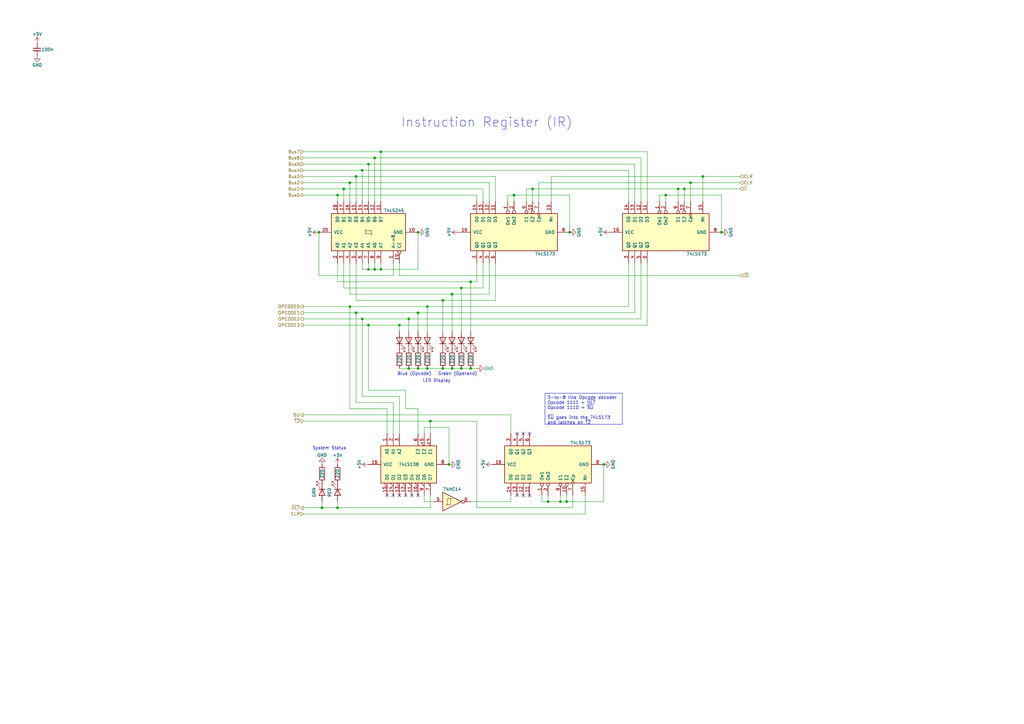
<source format=kicad_sch>
(kicad_sch (version 20250114) (generator "eeschema") (generator_version "9.0")
  (paper "A3")
  (lib_symbols
    (symbol "74xx:74HC14" (pin_names (offset 1.016))
      (property "Reference" "U" (at 0 1.27 0))
      (property "Value" "74HC14" (at 0 -1.27 0))
      (symbol "74HC14_1_0"
        (polyline (pts (xy -3.81 3.81) (xy -3.81 -3.81) (xy 3.81 0) (xy -3.81 3.81)) (stroke (width 0.254)) (fill (type background)))
        (pin input line (at -7.62 0 0) (length 3.81) (name "~") (number "1"))
        (pin output inverted (at 7.62 0 180) (length 3.81) (name "~") (number "2"))
      )
      (symbol "74HC14_1_1"
        (polyline (pts (xy -2.54 -1.27) (xy -0.635 -1.27) (xy -0.635 1.27) (xy 0 1.27)))
        (polyline (pts (xy -1.905 -1.27) (xy -1.905 1.27) (xy -0.635 1.27)))
      )
      (symbol "74HC14_2_0"
        (polyline (pts (xy -3.81 3.81) (xy -3.81 -3.81) (xy 3.81 0) (xy -3.81 3.81)) (stroke (width 0.254)) (fill (type background)))
        (pin input line (at -7.62 0 0) (length 3.81) (name "~") (number "3"))
        (pin output inverted (at 7.62 0 180) (length 3.81) (name "~") (number "4"))
      )
      (symbol "74HC14_2_1"
        (polyline (pts (xy -2.54 -1.27) (xy -0.635 -1.27) (xy -0.635 1.27) (xy 0 1.27)))
        (polyline (pts (xy -1.905 -1.27) (xy -1.905 1.27) (xy -0.635 1.27)))
      )
      (symbol "74HC14_3_0"
        (polyline (pts (xy -3.81 3.81) (xy -3.81 -3.81) (xy 3.81 0) (xy -3.81 3.81)) (stroke (width 0.254)) (fill (type background)))
        (pin input line (at -7.62 0 0) (length 3.81) (name "~") (number "5"))
        (pin output inverted (at 7.62 0 180) (length 3.81) (name "~") (number "6"))
      )
      (symbol "74HC14_3_1"
        (polyline (pts (xy -2.54 -1.27) (xy -0.635 -1.27) (xy -0.635 1.27) (xy 0 1.27)))
        (polyline (pts (xy -1.905 -1.27) (xy -1.905 1.27) (xy -0.635 1.27)))
      )
      (symbol "74HC14_4_0"
        (polyline (pts (xy -3.81 3.81) (xy -3.81 -3.81) (xy 3.81 0) (xy -3.81 3.81)) (stroke (width 0.254)) (fill (type background)))
        (pin input line (at -7.62 0 0) (length 3.81) (name "~") (number "9"))
        (pin output inverted (at 7.62 0 180) (length 3.81) (name "~") (number "8"))
      )
      (symbol "74HC14_4_1"
        (polyline (pts (xy -2.54 -1.27) (xy -0.635 -1.27) (xy -0.635 1.27) (xy 0 1.27)))
        (polyline (pts (xy -1.905 -1.27) (xy -1.905 1.27) (xy -0.635 1.27)))
      )
      (symbol "74HC14_5_0"
        (polyline (pts (xy -3.81 3.81) (xy -3.81 -3.81) (xy 3.81 0) (xy -3.81 3.81)) (stroke (width 0.254)) (fill (type background)))
        (pin input line (at -7.62 0 0) (length 3.81) (name "~") (number "11"))
        (pin output inverted (at 7.62 0 180) (length 3.81) (name "~") (number "10"))
      )
      (symbol "74HC14_5_1"
        (polyline (pts (xy -2.54 -1.27) (xy -0.635 -1.27) (xy -0.635 1.27) (xy 0 1.27)))
        (polyline (pts (xy -1.905 -1.27) (xy -1.905 1.27) (xy -0.635 1.27)))
      )
      (symbol "74HC14_6_0"
        (polyline (pts (xy -3.81 3.81) (xy -3.81 -3.81) (xy 3.81 0) (xy -3.81 3.81)) (stroke (width 0.254)) (fill (type background)))
        (pin input line (at -7.62 0 0) (length 3.81) (name "~") (number "13"))
        (pin output inverted (at 7.62 0 180) (length 3.81) (name "~") (number "12"))
      )
      (symbol "74HC14_6_1"
        (polyline (pts (xy -2.54 -1.27) (xy -0.635 -1.27) (xy -0.635 1.27) (xy 0 1.27)))
        (polyline (pts (xy -1.905 -1.27) (xy -1.905 1.27) (xy -0.635 1.27)))
      )
      (symbol "74HC14_7_0"
        (pin power_in line (at 0 12.7 270) (length 5.08) (name "VCC") (number "14"))
        (pin power_in line (at 0 -12.7 90) (length 5.08) (name "GND") (number "7"))
      )
      (symbol "74HC14_7_1"
        (rectangle (start -5.08 7.62) (end 5.08 -7.62) (stroke (width 0.254)) (fill (type background)))
      )
    )
    (symbol "74xx:74LS138" (pin_names (offset 1.016))
      (property "Reference" "U" (at -7.62 11.43 0))
      (property "Value" "74LS138" (at -7.62 -13.97 0))
      (symbol "74LS138_1_0"
        (pin input line (at -12.7 7.62 0) (length 5.08) (name "A0") (number "1"))
        (pin input line (at -12.7 5.08 0) (length 5.08) (name "A1") (number "2"))
        (pin input line (at -12.7 2.54 0) (length 5.08) (name "A2") (number "3"))
        (pin input line (at -12.7 -5.08 0) (length 5.08) (name "E3") (number "6"))
        (pin input input_low (at -12.7 -7.62 0) (length 5.08) (name "E2") (number "5"))
        (pin input input_low (at -12.7 -10.16 0) (length 5.08) (name "E1") (number "4"))
        (pin power_in line (at 0 15.24 270) (length 5.08) (name "VCC") (number "16"))
        (pin power_in line (at 0 -17.78 90) (length 5.08) (name "GND") (number "8"))
        (pin output output_low (at 12.7 7.62 180) (length 5.08) (name "O0") (number "15"))
        (pin output output_low (at 12.7 5.08 180) (length 5.08) (name "O1") (number "14"))
        (pin output output_low (at 12.7 2.54 180) (length 5.08) (name "O2") (number "13"))
        (pin output output_low (at 12.7 0 180) (length 5.08) (name "O3") (number "12"))
        (pin output output_low (at 12.7 -2.54 180) (length 5.08) (name "O4") (number "11"))
        (pin output output_low (at 12.7 -5.08 180) (length 5.08) (name "O5") (number "10"))
        (pin output output_low (at 12.7 -7.62 180) (length 5.08) (name "O6") (number "9"))
        (pin output output_low (at 12.7 -10.16 180) (length 5.08) (name "O7") (number "7"))
      )
      (symbol "74LS138_1_1"
        (rectangle (start -7.62 10.16) (end 7.62 -12.7) (stroke (width 0.254)) (fill (type background)))
      )
    )
    (symbol "74xx:74LS173" (pin_names (offset 1.016))
      (property "Reference" "U" (at -7.62 19.05 0))
      (property "Value" "74LS173" (at -7.62 -19.05 0))
      (symbol "74LS173_1_0"
        (pin input line (at -12.7 15.24 0) (length 5.08) (name "D0") (number "14"))
        (pin input line (at -12.7 12.7 0) (length 5.08) (name "D1") (number "13"))
        (pin input line (at -12.7 10.16 0) (length 5.08) (name "D2") (number "12"))
        (pin input line (at -12.7 7.62 0) (length 5.08) (name "D3") (number "11"))
        (pin input inverted (at -12.7 2.54 0) (length 5.08) (name "Oe1") (number "1"))
        (pin input inverted (at -12.7 0 0) (length 5.08) (name "Oe2") (number "2"))
        (pin input inverted (at -12.7 -5.08 0) (length 5.08) (name "E1") (number "9"))
        (pin input inverted (at -12.7 -7.62 0) (length 5.08) (name "E2") (number "10"))
        (pin input clock (at -12.7 -10.16 0) (length 5.08) (name "Cp") (number "7"))
        (pin input line (at -12.7 -15.24 0) (length 5.08) (name "Mr") (number "15"))
        (pin power_in line (at 0 22.86 270) (length 5.08) (name "VCC") (number "16"))
        (pin power_in line (at 0 -22.86 90) (length 5.08) (name "GND") (number "8"))
        (pin tri_state line (at 12.7 15.24 180) (length 5.08) (name "Q0") (number "3"))
        (pin tri_state line (at 12.7 12.7 180) (length 5.08) (name "Q1") (number "4"))
        (pin tri_state line (at 12.7 10.16 180) (length 5.08) (name "Q2") (number "5"))
        (pin tri_state line (at 12.7 7.62 180) (length 5.08) (name "Q3") (number "6"))
      )
      (symbol "74LS173_1_1"
        (rectangle (start -7.62 17.78) (end 7.62 -17.78) (stroke (width 0.254)) (fill (type background)))
      )
    )
    (symbol "74xx:74LS245" (pin_names (offset 1.016))
      (property "Reference" "U" (at -7.62 16.51 0))
      (property "Value" "74LS245" (at -7.62 -16.51 0))
      (symbol "74LS245_1_0"
        (polyline (pts (xy -1.27 -1.27) (xy 0.635 -1.27) (xy 0.635 1.27) (xy 1.27 1.27)))
        (polyline (pts (xy -0.635 -1.27) (xy -0.635 1.27) (xy 0.635 1.27)))
        (pin tri_state line (at -12.7 12.7 0) (length 5.08) (name "A0") (number "2"))
        (pin tri_state line (at -12.7 10.16 0) (length 5.08) (name "A1") (number "3"))
        (pin tri_state line (at -12.7 7.62 0) (length 5.08) (name "A2") (number "4"))
        (pin tri_state line (at -12.7 5.08 0) (length 5.08) (name "A3") (number "5"))
        (pin tri_state line (at -12.7 2.54 0) (length 5.08) (name "A4") (number "6"))
        (pin tri_state line (at -12.7 0 0) (length 5.08) (name "A5") (number "7"))
        (pin tri_state line (at -12.7 -2.54 0) (length 5.08) (name "A6") (number "8"))
        (pin tri_state line (at -12.7 -5.08 0) (length 5.08) (name "A7") (number "9"))
        (pin input line (at -12.7 -10.16 0) (length 5.08) (name "A->B") (number "1"))
        (pin input inverted (at -12.7 -12.7 0) (length 5.08) (name "CE") (number "19"))
        (pin power_in line (at 0 20.32 270) (length 5.08) (name "VCC") (number "20"))
        (pin power_in line (at 0 -20.32 90) (length 5.08) (name "GND") (number "10"))
        (pin tri_state line (at 12.7 12.7 180) (length 5.08) (name "B0") (number "18"))
        (pin tri_state line (at 12.7 10.16 180) (length 5.08) (name "B1") (number "17"))
        (pin tri_state line (at 12.7 7.62 180) (length 5.08) (name "B2") (number "16"))
        (pin tri_state line (at 12.7 5.08 180) (length 5.08) (name "B3") (number "15"))
        (pin tri_state line (at 12.7 2.54 180) (length 5.08) (name "B4") (number "14"))
        (pin tri_state line (at 12.7 0 180) (length 5.08) (name "B5") (number "13"))
        (pin tri_state line (at 12.7 -2.54 180) (length 5.08) (name "B6") (number "12"))
        (pin tri_state line (at 12.7 -5.08 180) (length 5.08) (name "B7") (number "11"))
      )
      (symbol "74LS245_1_1"
        (rectangle (start -7.62 15.24) (end 7.62 -15.24) (stroke (width 0.254)) (fill (type background)))
      )
    )
    (symbol "Device:C_Small" (pin_numbers (hide yes)) (pin_names (offset 0.254) (hide yes))
      (property "Reference" "C" (at 0.254 1.778 0))
      (property "Value" "C_Small" (at 0.254 -2.032 0))
      (symbol "C_Small_0_1"
        (polyline (pts (xy -1.524 0.508) (xy 1.524 0.508)) (stroke (width 0.3048)))
        (polyline (pts (xy -1.524 -0.508) (xy 1.524 -0.508)) (stroke (width 0.3302)))
      )
      (symbol "C_Small_1_1"
        (pin passive line (at 0 2.54 270) (length 2.032) (name "~") (number "1"))
        (pin passive line (at 0 -2.54 90) (length 2.032) (name "~") (number "2"))
      )
    )
    (symbol "Device:LED" (pin_numbers (hide yes)) (pin_names (offset 1.016) (hide yes))
      (property "Reference" "D" (at 0 2.54 0))
      (property "Value" "LED" (at 0 -2.54 0))
      (symbol "LED_0_1"
        (polyline (pts (xy -3.048 -0.762) (xy -4.572 -2.286) (xy -3.81 -2.286) (xy -4.572 -2.286) (xy -4.572 -1.524)))
        (polyline (pts (xy -1.778 -0.762) (xy -3.302 -2.286) (xy -2.54 -2.286) (xy -3.302 -2.286) (xy -3.302 -1.524)))
        (polyline (pts (xy -1.27 0) (xy 1.27 0)))
        (polyline (pts (xy -1.27 -1.27) (xy -1.27 1.27)) (stroke (width 0.254)))
        (polyline (pts (xy 1.27 -1.27) (xy 1.27 1.27) (xy -1.27 0) (xy 1.27 -1.27)) (stroke (width 0.254)))
      )
      (symbol "LED_1_1"
        (pin passive line (at -3.81 0 0) (length 2.54) (name "K") (number "1"))
        (pin passive line (at 3.81 0 180) (length 2.54) (name "A") (number "2"))
      )
    )
    (symbol "Device:R" (pin_numbers (hide yes)) (pin_names (offset 0))
      (property "Reference" "R" (at 2.032 0 90))
      (property "Value" "R" (at 0 0 90))
      (symbol "R_0_1"
        (rectangle (start -1.016 -2.54) (end 1.016 2.54) (stroke (width 0.254)))
      )
      (symbol "R_1_1"
        (pin passive line (at 0 3.81 270) (length 1.27) (name "~") (number "1"))
        (pin passive line (at 0 -3.81 90) (length 1.27) (name "~") (number "2"))
      )
    )
    (symbol "power:+5V" (power) (pin_numbers (hide yes)) (pin_names (offset 0) (hide yes))
      (property "Value" "+5V" (at 0 3.556 0))
      (symbol "+5V_0_1"
        (polyline (pts (xy -0.762 1.27) (xy 0 2.54)))
        (polyline (pts (xy 0 2.54) (xy 0.762 1.27)))
        (polyline (pts (xy 0 0) (xy 0 2.54)))
      )
      (symbol "+5V_1_1"
        (pin power_in line (at 0 0 90) (length 0) (name "~") (number "1"))
      )
    )
    (symbol "power:GND" (power) (pin_numbers (hide yes)) (pin_names (offset 0) (hide yes))
      (property "Value" "GND" (at 0 -3.81 0))
      (symbol "GND_0_1"
        (polyline (pts (xy 0 0) (xy 0 -1.27) (xy 1.27 -1.27) (xy 0 -2.54) (xy -1.27 -1.27) (xy 0 -1.27)))
      )
      (symbol "GND_1_1"
        (pin power_in line (at 0 0 270) (length 0) (name "~") (number "1"))
      )
    )
  )
  (text "Blue (Opcode)" (at 169.926 153.416 0) (effects (font (size 1.27 1.27))))
  (text "Green (Operand)" (at 187.706 153.416 0) (effects (font (size 1.27 1.27))))
  (text "LED Display" (at 179.07 156.21 0) (effects (font (size 1.27 1.27))))
  (text "Instruction Register (IR)" (at 199.644 50.292 0) (effects (font (size 3.81 3.81))))
  (text "System Status" (at 135.128 183.896 0) (effects (font (size 1.27 1.27))))
  (text_box "3-to-8 line Opcode decoder\nOpcode 1111 = ~{HLT}\nOpcode 1110 = ~{SU}\n\n~{SU} goes into the 74LS173 and latches on ~{T2}" (at 223.52 161.29 0) (size 31.75 12.7) (margins 0.9525 0.9525 0.9525 0.9525) (effects (font (size 1.27 1.27)) (justify left top)))
  (junction (at 143.51 74.93))
  (junction (at 151.13 133.35))
  (junction (at 171.45 128.27))
  (junction (at 138.43 80.01))
  (junction (at 210.82 80.01))
  (junction (at 193.04 151.13))
  (junction (at 224.79 205.74))
  (junction (at 138.43 208.28))
  (junction (at 229.87 205.74))
  (junction (at 151.13 67.31))
  (junction (at 156.21 62.23))
  (junction (at 167.64 130.81))
  (junction (at 146.05 72.39))
  (junction (at 181.61 123.19))
  (junction (at 151.13 110.49))
  (junction (at 185.42 120.65))
  (junction (at 143.51 125.73))
  (junction (at 288.29 72.39))
  (junction (at 156.21 110.49))
  (junction (at 175.26 151.13))
  (junction (at 148.59 130.81))
  (junction (at 278.13 77.47))
  (junction (at 176.53 172.72))
  (junction (at 181.61 151.13))
  (junction (at 218.44 77.47))
  (junction (at 283.21 74.93))
  (junction (at 189.23 118.11))
  (junction (at 148.59 69.85))
  (junction (at 273.05 80.01))
  (junction (at 167.64 151.13))
  (junction (at 171.45 95.25))
  (junction (at 175.26 125.73))
  (junction (at 280.67 77.47))
  (junction (at 247.65 190.5))
  (junction (at 140.97 77.47))
  (junction (at 232.41 205.74))
  (junction (at 153.67 110.49))
  (junction (at 146.05 128.27))
  (junction (at 130.81 95.25))
  (junction (at 184.15 190.5))
  (junction (at 163.83 133.35))
  (junction (at 193.04 115.57))
  (junction (at 189.23 151.13))
  (junction (at 132.08 208.28))
  (junction (at 171.45 151.13))
  (junction (at 185.42 151.13))
  (junction (at 233.68 95.25))
  (junction (at 153.67 64.77))
  (junction (at 295.91 95.25))
  (no_connect (at 161.29 203.2))
  (no_connect (at 212.09 177.8))
  (no_connect (at 163.83 203.2))
  (no_connect (at 212.09 203.2))
  (no_connect (at 217.17 177.8))
  (no_connect (at 168.91 203.2))
  (no_connect (at 171.45 203.2))
  (no_connect (at 166.37 203.2))
  (no_connect (at 158.75 203.2))
  (no_connect (at 217.17 203.2))
  (no_connect (at 214.63 203.2))
  (no_connect (at 214.63 177.8))
  (wire (pts (xy 167.64 135.89) (xy 167.64 130.81)))
  (wire (pts (xy 218.44 77.47) (xy 218.44 82.55)))
  (wire (pts (xy 171.45 167.64) (xy 166.37 167.64)))
  (wire (pts (xy 161.29 107.95) (xy 161.29 113.03)))
  (wire (pts (xy 171.45 110.49) (xy 171.45 95.25)))
  (wire (pts (xy 209.55 170.18) (xy 124.46 170.18)))
  (wire (pts (xy 200.66 82.55) (xy 200.66 74.93)))
  (wire (pts (xy 203.2 72.39) (xy 146.05 72.39)))
  (wire (pts (xy 176.53 172.72) (xy 124.46 172.72)))
  (wire (pts (xy 234.95 208.28) (xy 195.58 208.28)))
  (wire (pts (xy 303.53 77.47) (xy 280.67 77.47)))
  (wire (pts (xy 185.42 151.13) (xy 181.61 151.13)))
  (wire (pts (xy 156.21 62.23) (xy 265.43 62.23)))
  (wire (pts (xy 167.64 151.13) (xy 163.83 151.13)))
  (wire (pts (xy 163.83 107.95) (xy 163.83 113.03)))
  (wire (pts (xy 151.13 133.35) (xy 151.13 160.02)))
  (wire (pts (xy 173.99 205.74) (xy 173.99 203.2)))
  (wire (pts (xy 153.67 107.95) (xy 153.67 110.49)))
  (wire (pts (xy 203.2 82.55) (xy 203.2 72.39)))
  (wire (pts (xy 143.51 74.93) (xy 143.51 82.55)))
  (wire (pts (xy 220.98 82.55) (xy 220.98 74.93)))
  (wire (pts (xy 173.99 205.74) (xy 177.8 205.74)))
  (wire (pts (xy 176.53 177.8) (xy 176.53 172.72)))
  (wire (pts (xy 138.43 115.57) (xy 193.04 115.57)))
  (wire (pts (xy 132.08 205.74) (xy 132.08 208.28)))
  (wire (pts (xy 265.43 82.55) (xy 265.43 62.23)))
  (wire (pts (xy 151.13 160.02) (xy 166.37 160.02)))
  (wire (pts (xy 262.89 82.55) (xy 262.89 64.77)))
  (wire (pts (xy 151.13 67.31) (xy 151.13 82.55)))
  (wire (pts (xy 124.46 208.28) (xy 132.08 208.28)))
  (wire (pts (xy 143.51 125.73) (xy 175.26 125.73)))
  (wire (pts (xy 247.65 190.5) (xy 247.65 205.74)))
  (wire (pts (xy 161.29 177.8) (xy 161.29 165.1)))
  (wire (pts (xy 210.82 80.01) (xy 210.82 82.55)))
  (wire (pts (xy 175.26 125.73) (xy 175.26 135.89)))
  (wire (pts (xy 140.97 107.95) (xy 140.97 118.11)))
  (wire (pts (xy 148.59 162.56) (xy 148.59 130.81)))
  (wire (pts (xy 234.95 203.2) (xy 234.95 208.28)))
  (wire (pts (xy 171.45 128.27) (xy 260.35 128.27)))
  (wire (pts (xy 124.46 74.93) (xy 143.51 74.93)))
  (wire (pts (xy 273.05 80.01) (xy 295.91 80.01)))
  (wire (pts (xy 158.75 177.8) (xy 158.75 167.64)))
  (wire (pts (xy 156.21 62.23) (xy 156.21 82.55)))
  (wire (pts (xy 278.13 77.47) (xy 218.44 77.47)))
  (wire (pts (xy 124.46 62.23) (xy 156.21 62.23)))
  (wire (pts (xy 138.43 205.74) (xy 138.43 208.28)))
  (wire (pts (xy 138.43 208.28) (xy 176.53 208.28)))
  (wire (pts (xy 260.35 82.55) (xy 260.35 67.31)))
  (wire (pts (xy 173.99 177.8) (xy 173.99 175.26)))
  (wire (pts (xy 195.58 172.72) (xy 176.53 172.72)))
  (wire (pts (xy 140.97 77.47) (xy 140.97 82.55)))
  (wire (pts (xy 181.61 135.89) (xy 181.61 123.19)))
  (wire (pts (xy 176.53 203.2) (xy 176.53 208.28)))
  (wire (pts (xy 148.59 69.85) (xy 148.59 82.55)))
  (wire (pts (xy 140.97 118.11) (xy 189.23 118.11)))
  (wire (pts (xy 257.81 69.85) (xy 148.59 69.85)))
  (wire (pts (xy 163.83 133.35) (xy 163.83 135.89)))
  (wire (pts (xy 184.15 175.26) (xy 184.15 190.5)))
  (wire (pts (xy 173.99 175.26) (xy 184.15 175.26)))
  (wire (pts (xy 151.13 133.35) (xy 163.83 133.35)))
  (wire (pts (xy 167.64 130.81) (xy 262.89 130.81)))
  (wire (pts (xy 208.28 80.01) (xy 210.82 80.01)))
  (wire (pts (xy 273.05 80.01) (xy 273.05 82.55)))
  (wire (pts (xy 229.87 203.2) (xy 229.87 205.74)))
  (wire (pts (xy 195.58 115.57) (xy 195.58 107.95)))
  (wire (pts (xy 226.06 72.39) (xy 288.29 72.39)))
  (wire (pts (xy 193.04 115.57) (xy 195.58 115.57)))
  (wire (pts (xy 280.67 82.55) (xy 280.67 77.47)))
  (wire (pts (xy 163.83 113.03) (xy 303.53 113.03)))
  (wire (pts (xy 163.83 133.35) (xy 265.43 133.35)))
  (wire (pts (xy 181.61 151.13) (xy 175.26 151.13)))
  (wire (pts (xy 148.59 130.81) (xy 167.64 130.81)))
  (wire (pts (xy 124.46 72.39) (xy 146.05 72.39)))
  (wire (pts (xy 166.37 167.64) (xy 166.37 160.02)))
  (wire (pts (xy 156.21 110.49) (xy 171.45 110.49)))
  (wire (pts (xy 203.2 123.19) (xy 203.2 107.95)))
  (wire (pts (xy 215.9 77.47) (xy 215.9 82.55)))
  (wire (pts (xy 193.04 151.13) (xy 195.58 151.13)))
  (wire (pts (xy 210.82 80.01) (xy 233.68 80.01)))
  (wire (pts (xy 124.46 69.85) (xy 148.59 69.85)))
  (wire (pts (xy 138.43 107.95) (xy 138.43 115.57)))
  (wire (pts (xy 262.89 130.81) (xy 262.89 107.95)))
  (wire (pts (xy 171.45 177.8) (xy 171.45 167.64)))
  (wire (pts (xy 233.68 80.01) (xy 233.68 95.25)))
  (wire (pts (xy 124.46 80.01) (xy 138.43 80.01)))
  (wire (pts (xy 189.23 151.13) (xy 185.42 151.13)))
  (wire (pts (xy 161.29 113.03) (xy 130.81 113.03)))
  (wire (pts (xy 124.46 77.47) (xy 140.97 77.47)))
  (wire (pts (xy 270.51 80.01) (xy 273.05 80.01)))
  (wire (pts (xy 283.21 74.93) (xy 283.21 82.55)))
  (wire (pts (xy 146.05 72.39) (xy 146.05 82.55)))
  (wire (pts (xy 195.58 80.01) (xy 138.43 80.01)))
  (wire (pts (xy 124.46 130.81) (xy 148.59 130.81)))
  (wire (pts (xy 146.05 123.19) (xy 181.61 123.19)))
  (wire (pts (xy 195.58 208.28) (xy 195.58 172.72)))
  (wire (pts (xy 195.58 82.55) (xy 195.58 80.01)))
  (wire (pts (xy 189.23 118.11) (xy 198.12 118.11)))
  (wire (pts (xy 153.67 64.77) (xy 153.67 82.55)))
  (wire (pts (xy 171.45 151.13) (xy 167.64 151.13)))
  (wire (pts (xy 257.81 82.55) (xy 257.81 69.85)))
  (wire (pts (xy 209.55 205.74) (xy 209.55 203.2)))
  (wire (pts (xy 232.41 203.2) (xy 232.41 205.74)))
  (wire (pts (xy 260.35 128.27) (xy 260.35 107.95)))
  (wire (pts (xy 163.83 162.56) (xy 148.59 162.56)))
  (wire (pts (xy 283.21 74.93) (xy 303.53 74.93)))
  (wire (pts (xy 181.61 123.19) (xy 203.2 123.19)))
  (wire (pts (xy 198.12 118.11) (xy 198.12 107.95)))
  (wire (pts (xy 148.59 107.95) (xy 148.59 110.49)))
  (wire (pts (xy 200.66 74.93) (xy 143.51 74.93)))
  (wire (pts (xy 132.08 208.28) (xy 138.43 208.28)))
  (wire (pts (xy 222.25 205.74) (xy 224.79 205.74)))
  (wire (pts (xy 158.75 167.64) (xy 143.51 167.64)))
  (wire (pts (xy 209.55 170.18) (xy 209.55 177.8)))
  (wire (pts (xy 124.46 64.77) (xy 153.67 64.77)))
  (wire (pts (xy 175.26 151.13) (xy 171.45 151.13)))
  (wire (pts (xy 143.51 107.95) (xy 143.51 120.65)))
  (wire (pts (xy 198.12 82.55) (xy 198.12 77.47)))
  (wire (pts (xy 215.9 77.47) (xy 218.44 77.47)))
  (wire (pts (xy 124.46 210.82) (xy 240.03 210.82)))
  (wire (pts (xy 143.51 120.65) (xy 185.42 120.65)))
  (wire (pts (xy 295.91 80.01) (xy 295.91 95.25)))
  (wire (pts (xy 124.46 133.35) (xy 151.13 133.35)))
  (wire (pts (xy 193.04 115.57) (xy 193.04 135.89)))
  (wire (pts (xy 124.46 67.31) (xy 151.13 67.31)))
  (wire (pts (xy 288.29 72.39) (xy 288.29 82.55)))
  (wire (pts (xy 193.04 205.74) (xy 209.55 205.74)))
  (wire (pts (xy 163.83 177.8) (xy 163.83 162.56)))
  (wire (pts (xy 260.35 67.31) (xy 151.13 67.31)))
  (wire (pts (xy 146.05 128.27) (xy 171.45 128.27)))
  (wire (pts (xy 278.13 82.55) (xy 278.13 77.47)))
  (wire (pts (xy 189.23 135.89) (xy 189.23 118.11)))
  (wire (pts (xy 220.98 74.93) (xy 283.21 74.93)))
  (wire (pts (xy 156.21 107.95) (xy 156.21 110.49)))
  (wire (pts (xy 151.13 110.49) (xy 153.67 110.49)))
  (wire (pts (xy 185.42 135.89) (xy 185.42 120.65)))
  (wire (pts (xy 229.87 205.74) (xy 232.41 205.74)))
  (wire (pts (xy 200.66 120.65) (xy 200.66 107.95)))
  (wire (pts (xy 257.81 125.73) (xy 257.81 107.95)))
  (wire (pts (xy 143.51 167.64) (xy 143.51 125.73)))
  (wire (pts (xy 224.79 203.2) (xy 224.79 205.74)))
  (wire (pts (xy 146.05 107.95) (xy 146.05 123.19)))
  (wire (pts (xy 208.28 82.55) (xy 208.28 80.01)))
  (wire (pts (xy 270.51 82.55) (xy 270.51 80.01)))
  (wire (pts (xy 161.29 165.1) (xy 146.05 165.1)))
  (wire (pts (xy 224.79 205.74) (xy 229.87 205.74)))
  (wire (pts (xy 146.05 165.1) (xy 146.05 128.27)))
  (wire (pts (xy 151.13 107.95) (xy 151.13 110.49)))
  (wire (pts (xy 124.46 128.27) (xy 146.05 128.27)))
  (wire (pts (xy 153.67 110.49) (xy 156.21 110.49)))
  (wire (pts (xy 148.59 110.49) (xy 151.13 110.49)))
  (wire (pts (xy 240.03 210.82) (xy 240.03 203.2)))
  (wire (pts (xy 232.41 205.74) (xy 247.65 205.74)))
  (wire (pts (xy 198.12 77.47) (xy 140.97 77.47)))
  (wire (pts (xy 124.46 125.73) (xy 143.51 125.73)))
  (wire (pts (xy 288.29 72.39) (xy 303.53 72.39)))
  (wire (pts (xy 280.67 77.47) (xy 278.13 77.47)))
  (wire (pts (xy 130.81 113.03) (xy 130.81 95.25)))
  (wire (pts (xy 226.06 82.55) (xy 226.06 72.39)))
  (wire (pts (xy 175.26 125.73) (xy 257.81 125.73)))
  (wire (pts (xy 265.43 133.35) (xy 265.43 107.95)))
  (wire (pts (xy 193.04 151.13) (xy 189.23 151.13)))
  (wire (pts (xy 262.89 64.77) (xy 153.67 64.77)))
  (wire (pts (xy 222.25 203.2) (xy 222.25 205.74)))
  (wire (pts (xy 138.43 80.01) (xy 138.43 82.55)))
  (wire (pts (xy 185.42 120.65) (xy 200.66 120.65)))
  (wire (pts (xy 171.45 135.89) (xy 171.45 128.27)))
  (hierarchical_label "Bus6" (shape input) (at 124.46 64.77 180))
  (hierarchical_label "Bus7" (shape input) (at 124.46 62.23 180))
  (hierarchical_label "Bus4" (shape input) (at 124.46 69.85 180))
  (hierarchical_label "CLR" (shape input) (at 303.53 72.39 0))
  (hierarchical_label "Bus0" (shape bidirectional) (at 124.46 80.01 180))
  (hierarchical_label "Bus5" (shape input) (at 124.46 67.31 180))
  (hierarchical_label "~{II}" (shape input) (at 303.53 77.47 0))
  (hierarchical_label "SU" (shape output) (at 124.46 170.18 180))
  (hierarchical_label "Bus2" (shape bidirectional) (at 124.46 74.93 180))
  (hierarchical_label "Bus1" (shape bidirectional) (at 124.46 77.47 180))
  (hierarchical_label "CLK" (shape input) (at 303.53 74.93 0))
  (hierarchical_label "CLR" (shape input) (at 124.46 210.82 180))
  (hierarchical_label "~{HLT}" (shape output) (at 124.46 208.28 180))
  (hierarchical_label "Bus3" (shape bidirectional) (at 124.46 72.39 180))
  (hierarchical_label "OPCODE2" (shape output) (at 124.46 130.81 180))
  (hierarchical_label "OPCODE3" (shape output) (at 124.46 133.35 180))
  (hierarchical_label "OPCODE0" (shape output) (at 124.46 125.73 180))
  (hierarchical_label "~{IO}" (shape input) (at 303.53 113.03 0))
  (hierarchical_label "OPCODE1" (shape output) (at 124.46 128.27 180))
  (hierarchical_label "~{T2}" (shape input) (at 124.46 172.72 180))
  (symbol (lib_id "power:GND") (at 171.45 95.25 90) (unit 1)
    (property "Reference" "#PWR077" (effects (hide yes)))
    (property "Value" "GND" (at 175.26 97.282 0) (effects (justify left)))
    (property "Description" "Power symbol creates a global label with name \"GND\" , ground" (effects (hide yes)))
  )
  (symbol (lib_id "Device:LED") (at 167.64 139.7 90) (unit 1)
    (property "Reference" "D45" (effects (hide yes)))
    (property "Value" "BLU" (effects (hide yes)))
    (property "Footprint" "LED_THT:LED_D5.0mm" (effects (hide yes)))
    (property "Description" "Light emitting diode" (effects (hide yes)))
    (property "Sim.Pins" "1=K 2=A" (effects (hide yes)))
  )
  (symbol (lib_id "Device:LED") (at 171.45 139.7 90) (unit 1)
    (property "Reference" "D46" (effects (hide yes)))
    (property "Value" "BLU" (effects (hide yes)))
    (property "Footprint" "LED_THT:LED_D5.0mm" (effects (hide yes)))
    (property "Description" "Light emitting diode" (effects (hide yes)))
    (property "Sim.Pins" "1=K 2=A" (effects (hide yes)))
  )
  (symbol (lib_id "Device:R") (at 167.64 147.32 180) (unit 1)
    (property "Reference" "R55" (effects (hide yes)))
    (property "Value" "220" (at 167.64 147.32 90))
    (property "Footprint" "Resistor_THT:R_Axial_DIN0207_L6.3mm_D2.5mm_P7.62mm_Horizontal" (effects (hide yes)))
    (property "Description" "Resistor" (effects (hide yes)))
  )
  (symbol (lib_id "power:GND") (at 233.68 95.25 90) (unit 1)
    (property "Reference" "#PWR079" (effects (hide yes)))
    (property "Value" "GND" (at 237.49 97.282 0) (effects (justify left)))
    (property "Description" "Power symbol creates a global label with name \"GND\" , ground" (effects (hide yes)))
  )
  (symbol (lib_id "power:GND") (at 15.24 22.86 0) (unit 1)
    (property "Reference" "#PWR071" (effects (hide yes)))
    (property "Value" "GND" (at 13.208 26.67 0) (effects (justify left)))
    (property "Description" "Power symbol creates a global label with name \"GND\" , ground" (effects (hide yes)))
  )
  (symbol (lib_id "Device:LED") (at 132.08 201.93 270) (unit 1)
    (property "Reference" "D94" (effects (hide yes)))
    (property "Value" "GRN" (at 128.778 201.93 0))
    (property "Footprint" "LED_THT:LED_D5.0mm" (effects (hide yes)))
    (property "Description" "Light emitting diode" (effects (hide yes)))
    (property "Sim.Pins" "1=K 2=A" (effects (hide yes)))
  )
  (symbol (lib_id "Device:C_Small") (at 15.24 20.32 0) (unit 1)
    (property "Reference" "C15" (effects (hide yes)))
    (property "Value" "100n" (at 17.018 20.32 0) (effects (justify left)))
    (property "Footprint" "Capacitor_THT:C_Disc_D5.0mm_W2.5mm_P5.00mm" (effects (hide yes)))
    (property "Description" "Unpolarized capacitor, small symbol" (effects (hide yes)))
  )
  (symbol (lib_id "Device:LED") (at 163.83 139.7 90) (unit 1)
    (property "Reference" "D44" (effects (hide yes)))
    (property "Value" "BLU" (effects (hide yes)))
    (property "Footprint" "LED_THT:LED_D5.0mm" (effects (hide yes)))
    (property "Description" "Light emitting diode" (effects (hide yes)))
    (property "Sim.Pins" "1=K 2=A" (effects (hide yes)))
  )
  (symbol (lib_id "power:+5V") (at 250.19 95.25 90) (unit 1)
    (property "Reference" "#PWR080" (effects (hide yes)))
    (property "Value" "+5V" (at 246.38 95.25 0))
    (property "Description" "Power symbol creates a global label with name \"+5V\"" (effects (hide yes)))
  )
  (symbol (lib_id "Device:R") (at 163.83 147.32 180) (unit 1)
    (property "Reference" "R54" (effects (hide yes)))
    (property "Value" "220" (at 163.83 147.32 90))
    (property "Footprint" "Resistor_THT:R_Axial_DIN0207_L6.3mm_D2.5mm_P7.62mm_Horizontal" (effects (hide yes)))
    (property "Description" "Resistor" (effects (hide yes)))
  )
  (symbol (lib_id "power:+5V") (at 151.13 190.5 90) (unit 1)
    (property "Reference" "#PWR0117" (effects (hide yes)))
    (property "Value" "+5V" (at 147.32 190.5 0))
    (property "Description" "Power symbol creates a global label with name \"+5V\"" (effects (hide yes)))
  )
  (symbol (lib_id "Device:LED") (at 138.43 201.93 270) (unit 1)
    (property "Reference" "D93" (effects (hide yes)))
    (property "Value" "RED" (at 135.128 201.93 0))
    (property "Footprint" "LED_THT:LED_D5.0mm" (effects (hide yes)))
    (property "Description" "Light emitting diode" (effects (hide yes)))
    (property "Sim.Pins" "1=K 2=A" (effects (hide yes)))
  )
  (symbol (lib_id "Device:LED") (at 193.04 139.7 90) (unit 1)
    (property "Reference" "D51" (effects (hide yes)))
    (property "Value" "GRN" (effects (hide yes)))
    (property "Footprint" "LED_THT:LED_D5.0mm" (effects (hide yes)))
    (property "Description" "Light emitting diode" (effects (hide yes)))
    (property "Sim.Pins" "1=K 2=A" (effects (hide yes)))
  )
  (symbol (lib_id "Device:LED") (at 181.61 139.7 90) (unit 1)
    (property "Reference" "D48" (effects (hide yes)))
    (property "Value" "GRN" (effects (hide yes)))
    (property "Footprint" "LED_THT:LED_D5.0mm" (effects (hide yes)))
    (property "Description" "Light emitting diode" (effects (hide yes)))
    (property "Sim.Pins" "1=K 2=A" (effects (hide yes)))
  )
  (symbol (lib_id "74xx:74HC14") (at 185.42 205.74 0) (unit 3)
    (property "Reference" "U30" (effects (hide yes)))
    (property "Value" "74HC14" (at 185.42 200.66 0))
    (property "Footprint" "Package_DIP:DIP-14_W7.62mm_Socket_LongPads" (effects (hide yes)))
    (property "Datasheet" "http://www.ti.com/lit/gpn/sn74HC14" (effects (hide yes)))
    (property "Description" "Hex inverter schmitt trigger" (effects (hide yes)))
  )
  (symbol (lib_id "power:GND") (at 195.58 151.13 90) (unit 1)
    (property "Reference" "#PWR076" (effects (hide yes)))
    (property "Value" "GND" (at 198.374 151.13 90) (effects (justify right)))
    (property "Description" "Power symbol creates a global label with name \"GND\" , ground" (effects (hide yes)))
  )
  (symbol (lib_id "74xx:74LS138") (at 166.37 190.5 90) (mirror x) (unit 1)
    (property "Reference" "U39" (effects (hide yes)))
    (property "Value" "74LS138" (at 167.64 190.5 90))
    (property "Footprint" "Package_DIP:DIP-16_W7.62mm_Socket_LongPads" (effects (hide yes)))
    (property "Datasheet" "http://www.ti.com/lit/gpn/sn74LS138" (effects (hide yes)))
    (property "Description" "Decoder 3 to 8 active low outputs" (effects (hide yes)))
  )
  (symbol (lib_id "power:GND") (at 184.15 190.5 90) (unit 1)
    (property "Reference" "#PWR0118" (effects (hide yes)))
    (property "Value" "GND" (at 187.96 192.532 0) (effects (justify left)))
    (property "Description" "Power symbol creates a global label with name \"GND\" , ground" (effects (hide yes)))
  )
  (symbol (lib_id "Device:R") (at 171.45 147.32 180) (unit 1)
    (property "Reference" "R56" (effects (hide yes)))
    (property "Value" "220" (at 171.45 147.32 90))
    (property "Footprint" "Resistor_THT:R_Axial_DIN0207_L6.3mm_D2.5mm_P7.62mm_Horizontal" (effects (hide yes)))
    (property "Description" "Resistor" (effects (hide yes)))
  )
  (symbol (lib_id "Device:R") (at 185.42 147.32 180) (unit 1)
    (property "Reference" "R59" (effects (hide yes)))
    (property "Value" "220" (at 185.42 147.32 90))
    (property "Footprint" "Resistor_THT:R_Axial_DIN0207_L6.3mm_D2.5mm_P7.62mm_Horizontal" (effects (hide yes)))
    (property "Description" "Resistor" (effects (hide yes)))
  )
  (symbol (lib_id "74xx:74LS173") (at 273.05 95.25 90) (mirror x) (unit 1)
    (property "Reference" "U24" (effects (hide yes)))
    (property "Value" "74LS173" (at 285.75 104.14 90))
    (property "Footprint" "Package_DIP:DIP-16_W7.62mm_Socket_LongPads" (effects (hide yes)))
    (property "Datasheet" "http://www.ti.com/lit/gpn/sn74LS173" (effects (hide yes)))
    (property "Description" "4-bit D-type Register, 3 state out" (effects (hide yes)))
  )
  (symbol (lib_id "Device:R") (at 193.04 147.32 180) (unit 1)
    (property "Reference" "R61" (effects (hide yes)))
    (property "Value" "220" (at 193.04 147.32 90))
    (property "Footprint" "Resistor_THT:R_Axial_DIN0207_L6.3mm_D2.5mm_P7.62mm_Horizontal" (effects (hide yes)))
    (property "Description" "Resistor" (effects (hide yes)))
  )
  (symbol (lib_id "power:+5V") (at 130.81 95.25 90) (unit 1)
    (property "Reference" "#PWR075" (effects (hide yes)))
    (property "Value" "+5V" (at 127 95.25 0))
    (property "Description" "Power symbol creates a global label with name \"+5V\"" (effects (hide yes)))
  )
  (symbol (lib_id "power:GND") (at 295.91 95.25 90) (unit 1)
    (property "Reference" "#PWR081" (effects (hide yes)))
    (property "Value" "GND" (at 299.72 97.282 0) (effects (justify left)))
    (property "Description" "Power symbol creates a global label with name \"GND\" , ground" (effects (hide yes)))
  )
  (symbol (lib_id "power:+5V") (at 201.93 190.5 90) (unit 1)
    (property "Reference" "#PWR0119" (effects (hide yes)))
    (property "Value" "+5V" (at 198.12 190.5 0))
    (property "Description" "Power symbol creates a global label with name \"+5V\"" (effects (hide yes)))
  )
  (symbol (lib_id "74xx:74LS245") (at 151.13 95.25 90) (unit 1)
    (property "Reference" "U22" (effects (hide yes)))
    (property "Value" "74LS245" (at 161.544 86.36 90))
    (property "Footprint" "Package_DIP:DIP-22_W7.62mm_Socket_LongPads" (effects (hide yes)))
    (property "Datasheet" "http://www.ti.com/lit/gpn/sn74LS245" (effects (hide yes)))
    (property "Description" "Octal BUS Transceivers, 3-State outputs" (effects (hide yes)))
  )
  (symbol (lib_id "Device:LED") (at 189.23 139.7 90) (unit 1)
    (property "Reference" "D50" (effects (hide yes)))
    (property "Value" "GRN" (effects (hide yes)))
    (property "Footprint" "LED_THT:LED_D5.0mm" (effects (hide yes)))
    (property "Description" "Light emitting diode" (effects (hide yes)))
    (property "Sim.Pins" "1=K 2=A" (effects (hide yes)))
  )
  (symbol (lib_id "power:+5V") (at 138.43 190.5 0) (unit 1)
    (property "Reference" "#PWR0105" (effects (hide yes)))
    (property "Value" "+5V" (at 138.43 186.69 0))
    (property "Description" "Power symbol creates a global label with name \"+5V\"" (effects (hide yes)))
  )
  (symbol (lib_id "power:+5V") (at 187.96 95.25 90) (unit 1)
    (property "Reference" "#PWR078" (effects (hide yes)))
    (property "Value" "+5V" (at 184.15 95.25 0))
    (property "Description" "Power symbol creates a global label with name \"+5V\"" (effects (hide yes)))
  )
  (symbol (lib_id "74xx:74LS173") (at 224.79 190.5 90) (unit 1)
    (property "Reference" "U40" (effects (hide yes)))
    (property "Value" "74LS173" (at 237.998 181.61 90))
    (property "Footprint" "Package_DIP:DIP-16_W7.62mm_Socket_LongPads" (effects (hide yes)))
    (property "Datasheet" "http://www.ti.com/lit/gpn/sn74LS173" (effects (hide yes)))
    (property "Description" "4-bit D-type Register, 3 state out" (effects (hide yes)))
  )
  (symbol (lib_id "Device:R") (at 175.26 147.32 180) (unit 1)
    (property "Reference" "R57" (effects (hide yes)))
    (property "Value" "220" (at 175.26 147.32 90))
    (property "Footprint" "Resistor_THT:R_Axial_DIN0207_L6.3mm_D2.5mm_P7.62mm_Horizontal" (effects (hide yes)))
    (property "Description" "Resistor" (effects (hide yes)))
  )
  (symbol (lib_id "74xx:74LS173") (at 210.82 95.25 90) (mirror x) (unit 1)
    (property "Reference" "U23" (effects (hide yes)))
    (property "Value" "74LS173" (at 223.52 104.14 90))
    (property "Footprint" "Package_DIP:DIP-16_W7.62mm_Socket_LongPads" (effects (hide yes)))
    (property "Datasheet" "http://www.ti.com/lit/gpn/sn74LS173" (effects (hide yes)))
    (property "Description" "4-bit D-type Register, 3 state out" (effects (hide yes)))
  )
  (symbol (lib_id "Device:R") (at 181.61 147.32 180) (unit 1)
    (property "Reference" "R58" (effects (hide yes)))
    (property "Value" "220" (at 181.61 147.32 90))
    (property "Footprint" "Resistor_THT:R_Axial_DIN0207_L6.3mm_D2.5mm_P7.62mm_Horizontal" (effects (hide yes)))
    (property "Description" "Resistor" (effects (hide yes)))
  )
  (symbol (lib_id "power:+5V") (at 15.24 17.78 0) (unit 1)
    (property "Reference" "#PWR070" (effects (hide yes)))
    (property "Value" "+5V" (at 15.24 13.97 0))
    (property "Description" "Power symbol creates a global label with name \"+5V\"" (effects (hide yes)))
  )
  (symbol (lib_id "Device:R") (at 189.23 147.32 180) (unit 1)
    (property "Reference" "R60" (effects (hide yes)))
    (property "Value" "220" (at 189.23 147.32 90))
    (property "Footprint" "Resistor_THT:R_Axial_DIN0207_L6.3mm_D2.5mm_P7.62mm_Horizontal" (effects (hide yes)))
    (property "Description" "Resistor" (effects (hide yes)))
  )
  (symbol (lib_id "Device:LED") (at 185.42 139.7 90) (unit 1)
    (property "Reference" "D49" (effects (hide yes)))
    (property "Value" "GRN" (effects (hide yes)))
    (property "Footprint" "LED_THT:LED_D5.0mm" (effects (hide yes)))
    (property "Description" "Light emitting diode" (effects (hide yes)))
    (property "Sim.Pins" "1=K 2=A" (effects (hide yes)))
  )
  (symbol (lib_id "power:GND") (at 247.65 190.5 90) (unit 1)
    (property "Reference" "#PWR0120" (effects (hide yes)))
    (property "Value" "GND" (at 251.46 192.532 0) (effects (justify left)))
    (property "Description" "Power symbol creates a global label with name \"GND\" , ground" (effects (hide yes)))
  )
  (symbol (lib_id "Device:LED") (at 175.26 139.7 90) (unit 1)
    (property "Reference" "D47" (effects (hide yes)))
    (property "Value" "BLU" (effects (hide yes)))
    (property "Footprint" "LED_THT:LED_D5.0mm" (effects (hide yes)))
    (property "Description" "Light emitting diode" (effects (hide yes)))
    (property "Sim.Pins" "1=K 2=A" (effects (hide yes)))
  )
  (symbol (lib_id "power:GND") (at 132.08 190.5 180) (unit 1)
    (property "Reference" "#PWR0109" (effects (hide yes)))
    (property "Value" "GND" (at 134.112 186.69 0) (effects (justify left)))
    (property "Description" "Power symbol creates a global label with name \"GND\" , ground" (effects (hide yes)))
  )
  (symbol (lib_id "Device:R") (at 132.08 194.31 0) (unit 1)
    (property "Reference" "R106" (effects (hide yes)))
    (property "Value" "220" (at 132.08 194.31 90))
    (property "Footprint" "Resistor_THT:R_Axial_DIN0207_L6.3mm_D2.5mm_P7.62mm_Horizontal" (effects (hide yes)))
    (property "Description" "Resistor" (effects (hide yes)))
  )
  (symbol (lib_id "Device:R") (at 138.43 194.31 0) (unit 1)
    (property "Reference" "R105" (effects (hide yes)))
    (property "Value" "220" (at 138.43 194.31 90))
    (property "Footprint" "Resistor_THT:R_Axial_DIN0207_L6.3mm_D2.5mm_P7.62mm_Horizontal" (effects (hide yes)))
    (property "Description" "Resistor" (effects (hide yes)))
  )
)
</source>
